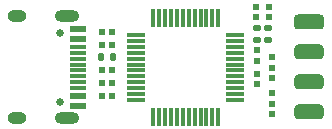
<source format=gbr>
%TF.GenerationSoftware,KiCad,Pcbnew,(6.0.2)*%
%TF.CreationDate,2022-04-18T15:37:34+08:00*%
%TF.ProjectId,ST-Link-Hulk,53542d4c-696e-46b2-9d48-756c6b2e6b69,V0.1*%
%TF.SameCoordinates,Original*%
%TF.FileFunction,Soldermask,Top*%
%TF.FilePolarity,Negative*%
%FSLAX46Y46*%
G04 Gerber Fmt 4.6, Leading zero omitted, Abs format (unit mm)*
G04 Created by KiCad (PCBNEW (6.0.2)) date 2022-04-18 15:37:34*
%MOMM*%
%LPD*%
G01*
G04 APERTURE LIST*
G04 Aperture macros list*
%AMRoundRect*
0 Rectangle with rounded corners*
0 $1 Rounding radius*
0 $2 $3 $4 $5 $6 $7 $8 $9 X,Y pos of 4 corners*
0 Add a 4 corners polygon primitive as box body*
4,1,4,$2,$3,$4,$5,$6,$7,$8,$9,$2,$3,0*
0 Add four circle primitives for the rounded corners*
1,1,$1+$1,$2,$3*
1,1,$1+$1,$4,$5*
1,1,$1+$1,$6,$7*
1,1,$1+$1,$8,$9*
0 Add four rect primitives between the rounded corners*
20,1,$1+$1,$2,$3,$4,$5,0*
20,1,$1+$1,$4,$5,$6,$7,0*
20,1,$1+$1,$6,$7,$8,$9,0*
20,1,$1+$1,$8,$9,$2,$3,0*%
G04 Aperture macros list end*
%ADD10R,0.600000X0.600000*%
%ADD11RoundRect,0.147500X-0.147500X-0.172500X0.147500X-0.172500X0.147500X0.172500X-0.147500X0.172500X0*%
%ADD12RoundRect,0.147500X-0.172500X0.147500X-0.172500X-0.147500X0.172500X-0.147500X0.172500X0.147500X0*%
%ADD13RoundRect,0.317500X-0.952500X-0.317500X0.952500X-0.317500X0.952500X0.317500X-0.952500X0.317500X0*%
%ADD14RoundRect,0.381000X-0.889000X-0.254000X0.889000X-0.254000X0.889000X0.254000X-0.889000X0.254000X0*%
%ADD15C,0.650000*%
%ADD16R,1.450000X0.600000*%
%ADD17R,1.450000X0.300000*%
%ADD18O,2.100000X1.000000*%
%ADD19O,1.600000X1.000000*%
%ADD20R,1.500000X0.300000*%
%ADD21R,0.300000X1.500000*%
G04 APERTURE END LIST*
D10*
%TO.C,C1*%
X22067800Y4860200D03*
X22067800Y5760200D03*
%TD*%
D11*
%TO.C,D1*%
X8873300Y7164400D03*
X9843300Y7164400D03*
%TD*%
D12*
%TO.C,D2*%
X22067800Y9630600D03*
X22067800Y8660600D03*
%TD*%
D13*
%TO.C,J1*%
X26466600Y10110800D03*
D14*
X26466600Y7570800D03*
X26466600Y5030800D03*
X26466600Y2490800D03*
%TD*%
D10*
%TO.C,JP1*%
X23337800Y5368200D03*
X23337800Y6268200D03*
X23337800Y7168200D03*
%TD*%
%TO.C,JP2*%
X23337800Y2345600D03*
X23337800Y3245600D03*
X23337800Y4145600D03*
%TD*%
D15*
%TO.C,P1*%
X5414600Y3410800D03*
X5414600Y9190800D03*
D16*
X6859600Y9550800D03*
X6859600Y8750800D03*
D17*
X6859600Y7550800D03*
X6859600Y6550800D03*
X6859600Y6050800D03*
X6859600Y5050800D03*
D16*
X6859600Y3850800D03*
X6859600Y3050800D03*
X6859600Y3050800D03*
X6859600Y3850800D03*
D17*
X6859600Y4550800D03*
X6859600Y5550800D03*
X6859600Y7050800D03*
X6859600Y8050800D03*
D16*
X6859600Y8750800D03*
X6859600Y9550800D03*
D18*
X5944600Y10620800D03*
X5944600Y1980800D03*
D19*
X1764600Y1980800D03*
X1764600Y10620800D03*
%TD*%
D10*
%TO.C,R4*%
X9810600Y6046800D03*
X8910600Y6046800D03*
%TD*%
%TO.C,R5*%
X9817800Y8180400D03*
X8917800Y8180400D03*
%TD*%
%TO.C,R6*%
X9810600Y4954600D03*
X8910600Y4954600D03*
%TD*%
%TO.C,R7*%
X9817800Y9272600D03*
X8917800Y9272600D03*
%TD*%
%TO.C,R8*%
X21991600Y10549800D03*
X21991600Y11449800D03*
%TD*%
%TO.C,R9*%
X23083800Y10549800D03*
X23083800Y11449800D03*
%TD*%
%TO.C,R11*%
X8910612Y3862400D03*
X9810612Y3862400D03*
%TD*%
%TO.C,R12*%
X22067800Y7766800D03*
X22067800Y6866800D03*
%TD*%
D12*
%TO.C,D3*%
X23007600Y9630600D03*
X23007600Y8660600D03*
%TD*%
D20*
%TO.C,U1*%
X20222600Y3550800D03*
X20222600Y4050800D03*
X20222600Y4550800D03*
X20222600Y5050800D03*
X20222600Y5550800D03*
X20222600Y6050800D03*
X20222600Y6550800D03*
X20222600Y7050800D03*
X20222600Y7550800D03*
X20222600Y8050800D03*
X20222600Y8550800D03*
X20222600Y9050800D03*
D21*
X18772600Y10500800D03*
X18272600Y10500800D03*
X17772600Y10500800D03*
X17272600Y10500800D03*
X16772600Y10500800D03*
X16272600Y10500800D03*
X15772600Y10500800D03*
X15272600Y10500800D03*
X14772600Y10500800D03*
X14272600Y10500800D03*
X13772600Y10500800D03*
X13272600Y10500800D03*
D20*
X11822600Y9050800D03*
X11822600Y8550800D03*
X11822600Y8050800D03*
X11822600Y7550800D03*
X11822600Y7050800D03*
X11822600Y6550800D03*
X11822600Y6050800D03*
X11822600Y5550800D03*
X11822600Y5050800D03*
X11822600Y4550800D03*
X11822600Y4050800D03*
X11822600Y3550800D03*
D21*
X13272600Y2100800D03*
X13772600Y2100800D03*
X14272600Y2100800D03*
X14772600Y2100800D03*
X15272600Y2100800D03*
X15772600Y2100800D03*
X16272600Y2100800D03*
X16772600Y2100800D03*
X17272600Y2100800D03*
X17772600Y2100800D03*
X18272600Y2100800D03*
X18772600Y2100800D03*
%TD*%
M02*

</source>
